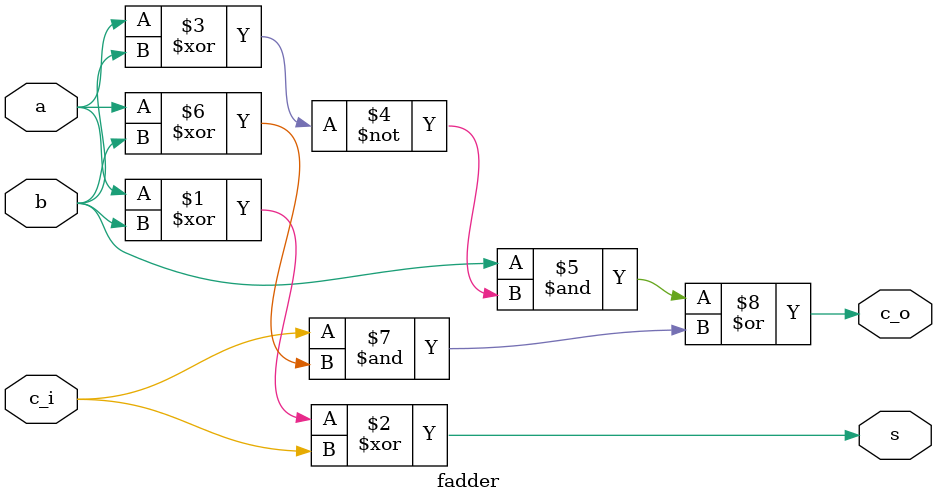
<source format=v>
`timescale 1ns / 1ns

module mainalu(SW, KEY, LEDR, HEX0, HEX1, HEX2, HEX3, HEX4, HEX5);
	input [7:0] SW;
	input [2:0] KEY;
	output [7:0] LEDR;
	output [6:0] HEX0, HEX1, HEX2, HEX3, HEX4, HEX5;
	
	aluunit alu0 (
		.A(SW[7:4]),
		.B(SW[3:0]),
		.func(KEY[2:0]),
		.ALUout(LEDR[7:0])
	);
	
	hexdisplay hx0 (
		.C_0(SW[0]),
		.C_1(SW[1]),
		.C_2(SW[2]),
		.C_3(SW[3]),
		.out0(HEX0[0]),
		.out1(HEX0[1]),
		.out2(HEX0[2]),
		.out3(HEX0[3]),
		.out4(HEX0[4]),
		.out5(HEX0[5]),
		.out6(HEX0[6])
	);
	
	hexdisplay hx1 (
		.C_0(1'b0),
		.C_1(1'b0),
		.C_2(1'b0),
		.C_3(1'b0),
		.out0(HEX1[0]),
		.out1(HEX1[1]),
		.out2(HEX1[2]),
		.out3(HEX1[3]),
		.out4(HEX1[4]),
		.out5(HEX1[5]),
		.out6(HEX1[6])
	);
	
	hexdisplay hx2 (
		.C_0(SW[4]),
		.C_1(SW[5]),
		.C_2(SW[6]),
		.C_3(SW[7]),
		.out0(HEX2[0]),
		.out1(HEX2[1]),
		.out2(HEX2[2]),
		.out3(HEX2[3]),
		.out4(HEX2[4]),
		.out5(HEX2[5]),
		.out6(HEX2[6])
	);
	
	hexdisplay hx3 (
		.C_0(1'b0),
		.C_1(1'b0),
		.C_2(1'b0),
		.C_3(1'b0),
		.out0(HEX3[0]),
		.out1(HEX3[1]),
		.out2(HEX3[2]),
		.out3(HEX3[3]),
		.out4(HEX3[4]),
		.out5(HEX3[5]),
		.out6(HEX3[6])
	);
	
	hexdisplay hx4 (
		.C_0(LEDR[0]),
		.C_1(LEDR[1]),
		.C_2(LEDR[2]),
		.C_3(LEDR[3]),
		.out0(HEX4[0]),
		.out1(HEX4[1]),
		.out2(HEX4[2]),
		.out3(HEX4[3]),
		.out4(HEX4[4]),
		.out5(HEX4[5]),
		.out6(HEX4[6])
	);
	
	hexdisplay hx5 (
		.C_0(LEDR[4]),
		.C_1(LEDR[5]),
		.C_2(LEDR[6]),
		.C_3(LEDR[7]),
		.out0(HEX5[0]),
		.out1(HEX5[1]),
		.out2(HEX5[2]),
		.out3(HEX5[3]),
		.out4(HEX5[4]),
		.out5(HEX5[5]),
		.out6(HEX5[6])
	);
	
endmodule

module aluunit(A, B, func, ALUout);
	input [3:0] A;
	input [3:0] B;
	input [2:0] func;
	output [7:0] ALUout;	
	reg [7:0] ALUout;
	wire [3:0] case_0_out;
	wire carry;
	wire [2:0] f;
	assign f[0] = ~func[0];
	assign f[1] = ~func[1];
	assign f[2] = ~func[2];
	
	fourbtadder fba1 (
		.A(A[3:0]),
		.B(B[3:0]),
		.C_i(1'b0),
		.C_o(carry),
		.S(case_0_out)
	);
	
	always @(*)
	begin
		case(f)
			3'b000: 
				begin
					ALUout[3:0] = case_0_out;
					ALUout[4] = carry;
					ALUout[7:5] = 3'b000;
				end
			3'b001: ALUout = {4'b0000, A + B};
			3'b010: ALUout = {A | B, A ^ B};
			3'b011: ALUout = (A | B != 4'b0000) ? 8'b00000001 : 8'b00000000;
			3'b100: ALUout = & {A,B};//(A & B == 4'b1111) ? 8'b00000001 : 8'b00000000; 
			3'b101: ALUout = {A, B};
			default: ALUout = 8'b00000000;
		endcase
	end
endmodule

module hexdisplay(C_0, C_1, C_2, C_3, out0, out1, out2, out3, out4, out5, out6);
	input C_0;
	input C_1;
	input C_2;
	input C_3;
	output out0, out1, out2, out3, out4, out5, out6;
	
	assign out0 = ~((C_3 | C_2 | C_1 | ~C_0) & (C_3 | ~C_2 | C_1 | C_0) & (~C_3 | C_2 | ~C_1 | ~C_0) & (~C_3 | ~C_2 | C_1 | ~C_0));
	assign out1 = (C_2 & C_1 & ~C_0)  | (C_3 & C_1 & C_0)  | (C_3 & C_2 & ~C_0)  | (~C_3 & C_2 & ~C_1 & C_0);
	assign out2 = (C_3 & C_2 & ~C_0)  | (C_3 & C_2 & C_1)  | (~C_3 & ~C_2 & C_1 & ~C_0);
	assign out3 = ~((~C_2 | ~C_1 | ~C_0) & (C_3 | C_2 | C_1 | ~C_0) & (C_3 | ~C_2 | C_1 | C_0) & (~C_3 | C_2 | ~C_1 | C_0));
	assign out4 = (~C_3 & C_0)  | (~C_2 & ~C_1 & C_0)  | (~C_3 & C_2 & ~C_1);
	assign out5 = (~C_3 & ~C_2 & C_0)  | (~C_3 & ~C_2 & C_1)  | (~C_3 & C_1 & C_0)  | (C_3 & C_2 & ~C_1 & C_0);
	assign out6 = ~((C_3 | C_2 | C_1) & (C_3 | ~C_2 | ~C_1 | ~C_0) & (~C_3 | ~C_2 | C_1 | C_0));
endmodule

module fourbtadder(A, B, C_i, C_o, S);
	input [3:0] A, B;
	input C_i;
	output C_o;
	output [3:0] S;
	wire c_1;
	wire c_2;
	wire c_3;
	
	fadder FA0 (
		.a(A[0]),
		.b(B[0]),
		.c_i(C_i),
		.s(S[0]),
		.c_o(c_1)
	);
	
	fadder FA1 (
		.a(A[1]),
		.b(B[1]),
		.c_i(c_1),
		.s(S[1]),
		.c_o(c_2)
	);
	
	fadder FA2 (
		.a(A[2]),
		.b(B[2]),
		.c_i(c_2),
		.s(S[2]),
		.c_o(c_3)
	);
	
	fadder FA3 (
		.a(A[3]),
		.b(B[3]),
		.c_i(c_3),
		.s(S[3]),
		.c_o(C_o)
	);
endmodule

module fadder(a, b, c_i, s, c_o);
	input a, b, c_i;
	output s, c_o;
	
	assign s = (a ^ b) ^ c_i;
	assign c_o = b & ~(a ^ b) | c_i & (a ^ b);
endmodule

</source>
